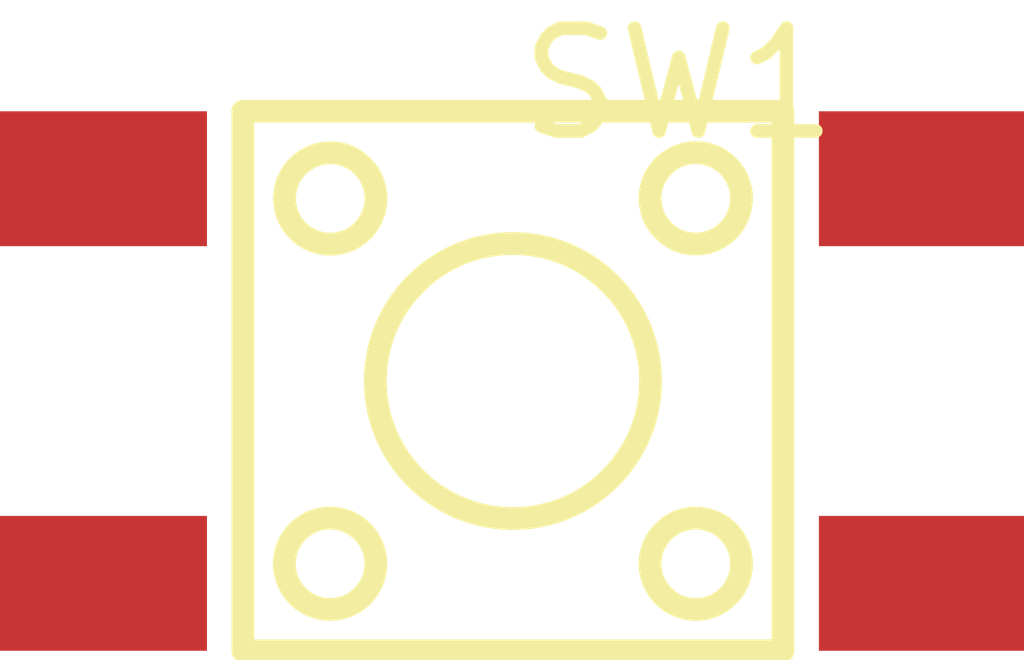
<source format=kicad_pcb>
(kicad_pcb (version 20171130) (host pcbnew "(5.1.5)-3") (page "A4") (layers (0 "F.Cu" signal) (31 "B.Cu" signal) (32 "B.Adhes" user) (33 "F.Adhes" user) (34 "B.Paste" user) (35 "F.Paste" user) (36 "B.SilkS" user) (37 "F.SilkS" user) (38 "B.Mask" user) (39 "F.Mask" user) (40 "Dwgs.User" user) (41 "Cmts.User" user) (42 "Eco1.User" user) (43 "Eco2.User" user) (44 "Edge.Cuts" user) (45 "Margin" user) (46 "B.CrtYd" user) (47 "F.CrtYd" user) (48 "B.Fab" user hide) (49 "F.Fab" user hide)) (net 0 "") (module "easyeda:SW-SMD_4P-L6.0-W6.0-P4.50-LS9.0-2" (layer "F.Cu") (at 12.7 12.7) (attr smd) (fp_text value "SW-SMD_4P-L6.0-W6.0-P4.50-LS9.0-2" (at 0 -5.08 0) (layer "F.Fab") hide (effects (font (size 1.143 1.143) (thickness 0.152)) (justify left))) (fp_text reference "SW1" (at 0 -3.302 0) (layer "F.SilkS") (effects (font (size 1.143 1.143) (thickness 0.152)) (justify left))) (fp_line (start -3 -3) (end 3 -3) (width 0.254) (layer "F.SilkS")) (fp_line (start 3 -3) (end 3 3) (width 0.254) (layer "F.SilkS")) (fp_line (start 3 3) (end -3 3) (width 0.254) (layer "F.SilkS")) (fp_line (start -3 3) (end -3 -3) (width 0.254) (layer "F.SilkS")) (fp_circle (center 0 0) (end 1.529 0) (layer "F.SilkS") (width 0.254)) (fp_circle (center 2.032 2.032) (end 2.54 2.032) (layer "F.SilkS") (width 0.254)) (fp_circle (center -2.032 2.032) (end -1.524 2.032) (layer "F.SilkS") (width 0.254)) (fp_circle (center 2.032 -2.032) (end 2.54 -2.032) (layer "F.SilkS") (width 0.254)) (fp_circle (center -2.03 -2.03) (end -1.522 -2.03) (layer "F.SilkS") (width 0.254)) (pad 1 smd rect (at -4.55 -2.25 0) (size 2.3 1.5) (layers "F.Cu" "F.Paste" "F.Mask")) (pad 2 smd rect (at 4.55 -2.25 0) (size 2.3 1.5) (layers "F.Cu" "F.Paste" "F.Mask")) (pad 3 smd rect (at -4.55 2.25 0) (size 2.3 1.5) (layers "F.Cu" "F.Paste" "F.Mask")) (pad 4 smd rect (at 4.55 2.25 0) (size 2.3 1.5) (layers "F.Cu" "F.Paste" "F.Mask")) (fp_text user gge160 (at 0 0) (layer "Cmts.User") (effects (font (size 1 1) (thickness 0.15))))))
</source>
